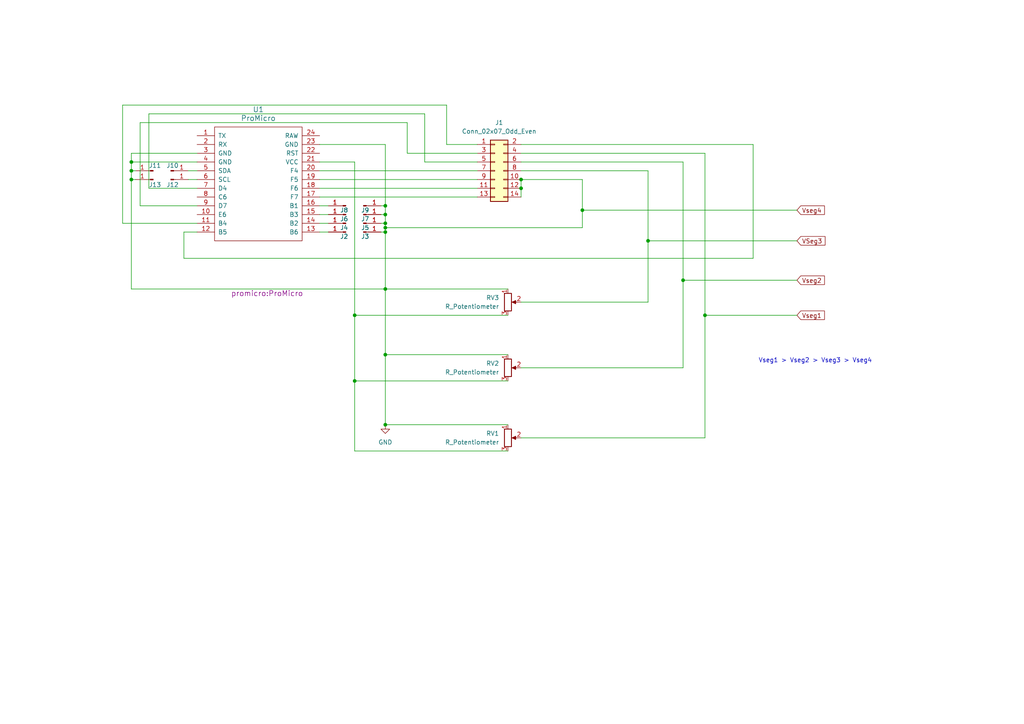
<source format=kicad_sch>
(kicad_sch (version 20231120) (generator "eeschema") (generator_version "8.0")
  (paper "A4")
  (lib_symbols
    (symbol "Connector:Conn_01x01_Pin" (pin_names (offset 1.016) hide)
      (property "Reference" "J" (at 0 2.54 0))
      (property "Value" "Conn_01x01_Pin" (at 0 -2.54 0))
      (symbol "Conn_01x01_Pin_1_1"
        (polyline (pts (xy 1.27 0) (xy 0.8636 0)) (stroke (width 0.1524)))
        (rectangle (start 0.8636 0.127) (end 0 -0.127) (stroke (width 0.1524)) (fill (type outline)))
        (pin passive line (at 5.08 0 180) (length 3.81) (name "Pin_1") (number "1"))
      )
    )
    (symbol "Connector_Generic:Conn_02x07_Odd_Even" (pin_names (offset 1.016) hide)
      (property "Reference" "J" (at 1.27 10.16 0))
      (property "Value" "Conn_02x07_Odd_Even" (at 1.27 -10.16 0))
      (symbol "Conn_02x07_Odd_Even_1_1"
        (rectangle (start -1.27 -7.493) (end 0 -7.747) (stroke (width 0.1524)))
        (rectangle (start -1.27 -4.953) (end 0 -5.207) (stroke (width 0.1524)))
        (rectangle (start -1.27 -2.413) (end 0 -2.667) (stroke (width 0.1524)))
        (rectangle (start -1.27 0.127) (end 0 -0.127) (stroke (width 0.1524)))
        (rectangle (start -1.27 2.667) (end 0 2.413) (stroke (width 0.1524)))
        (rectangle (start -1.27 5.207) (end 0 4.953) (stroke (width 0.1524)))
        (rectangle (start -1.27 7.747) (end 0 7.493) (stroke (width 0.1524)))
        (rectangle (start -1.27 8.89) (end 3.81 -8.89) (stroke (width 0.254)) (fill (type background)))
        (rectangle (start 3.81 -7.493) (end 2.54 -7.747) (stroke (width 0.1524)))
        (rectangle (start 3.81 -4.953) (end 2.54 -5.207) (stroke (width 0.1524)))
        (rectangle (start 3.81 -2.413) (end 2.54 -2.667) (stroke (width 0.1524)))
        (rectangle (start 3.81 0.127) (end 2.54 -0.127) (stroke (width 0.1524)))
        (rectangle (start 3.81 2.667) (end 2.54 2.413) (stroke (width 0.1524)))
        (rectangle (start 3.81 5.207) (end 2.54 4.953) (stroke (width 0.1524)))
        (rectangle (start 3.81 7.747) (end 2.54 7.493) (stroke (width 0.1524)))
        (pin passive line (at -5.08 7.62 0) (length 3.81) (name "Pin_1") (number "1"))
        (pin passive line (at 7.62 -2.54 180) (length 3.81) (name "Pin_10") (number "10"))
        (pin passive line (at -5.08 -5.08 0) (length 3.81) (name "Pin_11") (number "11"))
        (pin passive line (at 7.62 -5.08 180) (length 3.81) (name "Pin_12") (number "12"))
        (pin passive line (at -5.08 -7.62 0) (length 3.81) (name "Pin_13") (number "13"))
        (pin passive line (at 7.62 -7.62 180) (length 3.81) (name "Pin_14") (number "14"))
        (pin passive line (at 7.62 7.62 180) (length 3.81) (name "Pin_2") (number "2"))
        (pin passive line (at -5.08 5.08 0) (length 3.81) (name "Pin_3") (number "3"))
        (pin passive line (at 7.62 5.08 180) (length 3.81) (name "Pin_4") (number "4"))
        (pin passive line (at -5.08 2.54 0) (length 3.81) (name "Pin_5") (number "5"))
        (pin passive line (at 7.62 2.54 180) (length 3.81) (name "Pin_6") (number "6"))
        (pin passive line (at -5.08 0 0) (length 3.81) (name "Pin_7") (number "7"))
        (pin passive line (at 7.62 0 180) (length 3.81) (name "Pin_8") (number "8"))
        (pin passive line (at -5.08 -2.54 0) (length 3.81) (name "Pin_9") (number "9"))
      )
    )
    (symbol "Device:R_Potentiometer" (pin_names (offset 1.016) hide)
      (property "Reference" "RV" (at -4.445 0 90))
      (property "Value" "R_Potentiometer" (at -2.54 0 90))
      (symbol "R_Potentiometer_0_1"
        (polyline (pts (xy 2.54 0) (xy 1.524 0)))
        (polyline (pts (xy 1.143 0) (xy 2.286 0.508) (xy 2.286 -0.508) (xy 1.143 0)) (fill (type outline)))
        (rectangle (start 1.016 2.54) (end -1.016 -2.54) (stroke (width 0.254)))
      )
      (symbol "R_Potentiometer_1_1"
        (pin passive line (at 0 3.81 270) (length 1.27) (name "1") (number "1"))
        (pin passive line (at 3.81 0 180) (length 1.27) (name "2") (number "2"))
        (pin passive line (at 0 -3.81 90) (length 1.27) (name "3") (number "3"))
      )
    )
    (symbol "power:GND" (power) (pin_numbers hide) (pin_names (offset 0) hide)
      (property "Value" "GND" (at 0 -3.81 0))
      (symbol "GND_0_1"
        (polyline (pts (xy 0 0) (xy 0 -1.27) (xy 1.27 -1.27) (xy 0 -2.54) (xy -1.27 -1.27) (xy 0 -1.27)))
      )
      (symbol "GND_1_1"
        (pin power_in line (at 0 0 270) (length 0) (name "~") (number "1"))
      )
    )
    (symbol "promicro:ProMicro" (pin_names (offset 1.016))
      (property "Reference" "U" (at 0 24.13 0))
      (property "Value" "ProMicro" (at 0 -13.97 0))
      (symbol "ProMicro_0_1"
        (rectangle (start -12.7 21.59) (end 12.7 -11.43))
      )
      (symbol "ProMicro_1_1"
        (pin bidirectional line (at -17.78 19.05 0) (length 5.08) (name "TX") (number "1"))
        (pin bidirectional line (at -17.78 -3.81 0) (length 5.08) (name "E6") (number "10"))
        (pin bidirectional line (at -17.78 -6.35 0) (length 5.08) (name "B4") (number "11"))
        (pin bidirectional line (at -17.78 -8.89 0) (length 5.08) (name "B5") (number "12"))
        (pin bidirectional line (at 17.78 -8.89 180) (length 5.08) (name "B6") (number "13"))
        (pin bidirectional line (at 17.78 -6.35 180) (length 5.08) (name "B2") (number "14"))
        (pin bidirectional line (at 17.78 -3.81 180) (length 5.08) (name "B3") (number "15"))
        (pin bidirectional line (at 17.78 -1.27 180) (length 5.08) (name "B1") (number "16"))
        (pin bidirectional line (at 17.78 1.27 180) (length 5.08) (name "F7") (number "17"))
        (pin bidirectional line (at 17.78 3.81 180) (length 5.08) (name "F6") (number "18"))
        (pin bidirectional line (at 17.78 6.35 180) (length 5.08) (name "F5") (number "19"))
        (pin bidirectional line (at -17.78 16.51 0) (length 5.08) (name "RX") (number "2"))
        (pin bidirectional line (at 17.78 8.89 180) (length 5.08) (name "F4") (number "20"))
        (pin power_in line (at 17.78 11.43 180) (length 5.08) (name "VCC") (number "21"))
        (pin input line (at 17.78 13.97 180) (length 5.08) (name "RST") (number "22"))
        (pin power_in line (at 17.78 16.51 180) (length 5.08) (name "GND") (number "23"))
        (pin power_out line (at 17.78 19.05 180) (length 5.08) (name "RAW") (number "24"))
        (pin power_in line (at -17.78 13.97 0) (length 5.08) (name "GND") (number "3"))
        (pin power_in line (at -17.78 11.43 0) (length 5.08) (name "GND") (number "4"))
        (pin bidirectional line (at -17.78 8.89 0) (length 5.08) (name "SDA") (number "5"))
        (pin bidirectional line (at -17.78 6.35 0) (length 5.08) (name "SCL") (number "6"))
        (pin bidirectional line (at -17.78 3.81 0) (length 5.08) (name "D4") (number "7"))
        (pin bidirectional line (at -17.78 1.27 0) (length 5.08) (name "C6") (number "8"))
        (pin bidirectional line (at -17.78 -1.27 0) (length 5.08) (name "D7") (number "9"))
      )
    )
  )
  (junction (at 111.76 102.87))
  (junction (at 111.76 59.69))
  (junction (at 38.1 46.99))
  (junction (at 111.76 66.04))
  (junction (at 111.76 64.77))
  (junction (at 111.76 67.31))
  (junction (at 102.87 91.44))
  (junction (at 111.76 83.82))
  (junction (at 111.76 123.19))
  (junction (at 198.12 81.28))
  (junction (at 38.1 52.07))
  (junction (at 168.91 60.96))
  (junction (at 187.96 69.85))
  (junction (at 204.47 91.44))
  (junction (at 111.76 62.23))
  (junction (at 151.13 54.61))
  (junction (at 102.87 110.49))
  (junction (at 151.13 52.07))
  (junction (at 38.1 49.53))
  (wire (pts (xy 102.87 130.81) (xy 147.32 130.81)))
  (wire (pts (xy 92.71 62.23) (xy 95.25 62.23)))
  (wire (pts (xy 38.1 44.45) (xy 38.1 46.99)))
  (wire (pts (xy 204.47 91.44) (xy 204.47 127)))
  (wire (pts (xy 123.19 46.99) (xy 138.43 46.99)))
  (wire (pts (xy 198.12 46.99) (xy 198.12 81.28)))
  (wire (pts (xy 151.13 54.61) (xy 151.13 57.15)))
  (wire (pts (xy 43.18 54.61) (xy 43.18 33.02)))
  (wire (pts (xy 111.76 83.82) (xy 111.76 102.87)))
  (wire (pts (xy 57.15 67.31) (xy 53.34 67.31)))
  (wire (pts (xy 151.13 41.91) (xy 218.44 41.91)))
  (wire (pts (xy 110.49 59.69) (xy 111.76 59.69)))
  (wire (pts (xy 54.61 49.53) (xy 57.15 49.53)))
  (wire (pts (xy 92.71 54.61) (xy 138.43 54.61)))
  (wire (pts (xy 38.1 52.07) (xy 39.37 52.07)))
  (wire (pts (xy 151.13 44.45) (xy 204.47 44.45)))
  (wire (pts (xy 111.76 62.23) (xy 111.76 64.77)))
  (wire (pts (xy 111.76 83.82) (xy 147.32 83.82)))
  (wire (pts (xy 218.44 41.91) (xy 218.44 74.93)))
  (wire (pts (xy 111.76 102.87) (xy 111.76 123.19)))
  (wire (pts (xy 129.54 41.91) (xy 138.43 41.91)))
  (wire (pts (xy 38.1 49.53) (xy 39.37 49.53)))
  (wire (pts (xy 151.13 87.63) (xy 187.96 87.63)))
  (wire (pts (xy 151.13 46.99) (xy 198.12 46.99)))
  (wire (pts (xy 38.1 83.82) (xy 111.76 83.82)))
  (wire (pts (xy 54.61 52.07) (xy 57.15 52.07)))
  (wire (pts (xy 40.64 59.69) (xy 40.64 35.56)))
  (wire (pts (xy 92.71 67.31) (xy 95.25 67.31)))
  (wire (pts (xy 92.71 52.07) (xy 138.43 52.07)))
  (wire (pts (xy 187.96 69.85) (xy 187.96 87.63)))
  (wire (pts (xy 38.1 46.99) (xy 57.15 46.99)))
  (wire (pts (xy 118.11 35.56) (xy 118.11 44.45)))
  (wire (pts (xy 92.71 64.77) (xy 95.25 64.77)))
  (wire (pts (xy 92.71 41.91) (xy 111.76 41.91)))
  (wire (pts (xy 92.71 49.53) (xy 138.43 49.53)))
  (wire (pts (xy 187.96 49.53) (xy 187.96 69.85)))
  (wire (pts (xy 231.14 60.96) (xy 168.91 60.96)))
  (wire (pts (xy 57.15 64.77) (xy 35.56 64.77)))
  (wire (pts (xy 57.15 59.69) (xy 40.64 59.69)))
  (wire (pts (xy 111.76 67.31) (xy 111.76 83.82)))
  (wire (pts (xy 204.47 91.44) (xy 204.47 44.45)))
  (wire (pts (xy 231.14 81.28) (xy 198.12 81.28)))
  (wire (pts (xy 110.49 62.23) (xy 111.76 62.23)))
  (wire (pts (xy 102.87 91.44) (xy 147.32 91.44)))
  (wire (pts (xy 151.13 49.53) (xy 187.96 49.53)))
  (wire (pts (xy 38.1 46.99) (xy 38.1 49.53)))
  (wire (pts (xy 151.13 106.68) (xy 198.12 106.68)))
  (wire (pts (xy 92.71 59.69) (xy 95.25 59.69)))
  (wire (pts (xy 53.34 74.93) (xy 218.44 74.93)))
  (wire (pts (xy 102.87 91.44) (xy 102.87 110.49)))
  (wire (pts (xy 198.12 81.28) (xy 198.12 106.68)))
  (wire (pts (xy 38.1 49.53) (xy 38.1 52.07)))
  (wire (pts (xy 129.54 30.48) (xy 129.54 41.91)))
  (wire (pts (xy 111.76 123.19) (xy 147.32 123.19)))
  (wire (pts (xy 57.15 54.61) (xy 43.18 54.61)))
  (wire (pts (xy 111.76 102.87) (xy 147.32 102.87)))
  (wire (pts (xy 231.14 69.85) (xy 187.96 69.85)))
  (wire (pts (xy 110.49 67.31) (xy 111.76 67.31)))
  (wire (pts (xy 38.1 52.07) (xy 38.1 83.82)))
  (wire (pts (xy 123.19 33.02) (xy 123.19 46.99)))
  (wire (pts (xy 168.91 52.07) (xy 168.91 60.96)))
  (wire (pts (xy 151.13 52.07) (xy 151.13 54.61)))
  (wire (pts (xy 102.87 110.49) (xy 102.87 130.81)))
  (wire (pts (xy 111.76 66.04) (xy 168.91 66.04)))
  (wire (pts (xy 151.13 127) (xy 204.47 127)))
  (wire (pts (xy 102.87 46.99) (xy 92.71 46.99)))
  (wire (pts (xy 102.87 110.49) (xy 147.32 110.49)))
  (wire (pts (xy 92.71 57.15) (xy 138.43 57.15)))
  (wire (pts (xy 111.76 64.77) (xy 111.76 66.04)))
  (wire (pts (xy 111.76 66.04) (xy 111.76 67.31)))
  (wire (pts (xy 38.1 44.45) (xy 57.15 44.45)))
  (wire (pts (xy 111.76 41.91) (xy 111.76 59.69)))
  (wire (pts (xy 53.34 67.31) (xy 53.34 74.93)))
  (wire (pts (xy 43.18 33.02) (xy 123.19 33.02)))
  (wire (pts (xy 111.76 59.69) (xy 111.76 62.23)))
  (wire (pts (xy 35.56 30.48) (xy 129.54 30.48)))
  (wire (pts (xy 110.49 64.77) (xy 111.76 64.77)))
  (wire (pts (xy 118.11 44.45) (xy 138.43 44.45)))
  (wire (pts (xy 168.91 60.96) (xy 168.91 66.04)))
  (wire (pts (xy 231.14 91.44) (xy 204.47 91.44)))
  (wire (pts (xy 40.64 35.56) (xy 118.11 35.56)))
  (wire (pts (xy 102.87 46.99) (xy 102.87 91.44)))
  (wire (pts (xy 151.13 52.07) (xy 168.91 52.07)))
  (wire (pts (xy 35.56 64.77) (xy 35.56 30.48)))
  (text "Vseg1 > Vseg2 > Vseg3 > Vseg4" (at 236.474 104.648 0) (effects (font (size 1.27 1.27))))
  (global_label "Vseg1" (shape input) (at 231.14 91.44 0) (property "Intersheetrefs" "${INTERSHEET_REFS}" (effects (hide yes))))
  (global_label "Vseg4" (shape input) (at 231.14 60.96 0) (property "Intersheetrefs" "${INTERSHEET_REFS}" (effects (hide yes))))
  (global_label "Vseg2" (shape input) (at 231.14 81.28 0) (property "Intersheetrefs" "${INTERSHEET_REFS}" (effects (hide yes))))
  (global_label "VSeg3" (shape input) (at 231.14 69.85 0) (property "Intersheetrefs" "${INTERSHEET_REFS}" (effects (hide yes))))
  (symbol (lib_id "Connector:Conn_01x01_Pin") (at 105.41 59.69 0) (unit 1)
    (property "Reference" "J9" (at 105.918 60.96 0))
    (property "Value" "Conn_01x01_Pin" (effects (hide yes)))
    (property "Footprint" "Connector_PinHeader_2.54mm:PinHeader_1x01_P2.54mm_Vertical" (effects (hide yes)))
    (property "Description" "Generic connector, single row, 01x01, script generated" (effects (hide yes)))
  )
  (symbol (lib_id "Connector:Conn_01x01_Pin") (at 100.33 67.31 180) (unit 1)
    (property "Reference" "J2" (at 99.822 68.58 0))
    (property "Value" "Conn_01x01_Pin" (effects (hide yes)))
    (property "Footprint" "Connector_PinHeader_2.54mm:PinHeader_1x01_P2.54mm_Vertical" (effects (hide yes)))
    (property "Description" "Generic connector, single row, 01x01, script generated" (effects (hide yes)))
  )
  (symbol (lib_id "Connector:Conn_01x01_Pin") (at 100.33 62.23 0) (mirror y) (unit 1)
    (property "Reference" "J6" (at 99.822 63.5 0))
    (property "Value" "Conn_01x01_Pin" (effects (hide yes)))
    (property "Footprint" "Connector_PinHeader_2.54mm:PinHeader_1x01_P2.54mm_Vertical" (effects (hide yes)))
    (property "Description" "Generic connector, single row, 01x01, script generated" (effects (hide yes)))
  )
  (symbol (lib_id "Device:R_Potentiometer") (at 147.32 127 0) (unit 1)
    (property "Reference" "RV1" (at 144.78 125.7299 0) (effects (justify right)))
    (property "Value" "R_Potentiometer" (at 144.78 128.2699 0) (effects (justify right)))
    (property "Footprint" "Potentiometer_THT:Potentiometer_Bourns_3296W_Vertical" (effects (hide yes)))
    (property "Description" "Potentiometer" (effects (hide yes)))
  )
  (symbol (lib_id "promicro:ProMicro") (at 74.93 58.42 0) (unit 1)
    (property "Reference" "U1" (at 74.93 31.75 0) (effects (font (size 1.524 1.524))))
    (property "Value" "ProMicro" (at 74.93 34.29 0) (effects (font (size 1.524 1.524))))
    (property "Footprint" "promicro:ProMicro" (at 77.47 85.09 0) (effects (font (size 1.524 1.524))))
  )
  (symbol (lib_id "Device:R_Potentiometer") (at 147.32 106.68 0) (unit 1)
    (property "Reference" "RV2" (at 144.78 105.4099 0) (effects (justify right)))
    (property "Value" "R_Potentiometer" (at 144.78 107.9499 0) (effects (justify right)))
    (property "Footprint" "Potentiometer_THT:Potentiometer_Bourns_3296W_Vertical" (effects (hide yes)))
    (property "Description" "Potentiometer" (effects (hide yes)))
  )
  (symbol (lib_id "Connector:Conn_01x01_Pin") (at 100.33 64.77 180) (unit 1)
    (property "Reference" "J4" (at 99.822 66.04 0))
    (property "Value" "Conn_01x01_Pin" (effects (hide yes)))
    (property "Footprint" "Connector_PinHeader_2.54mm:PinHeader_1x01_P2.54mm_Vertical" (effects (hide yes)))
    (property "Description" "Generic connector, single row, 01x01, script generated" (effects (hide yes)))
  )
  (symbol (lib_id "Connector:Conn_01x01_Pin") (at 100.33 59.69 0) (mirror y) (unit 1)
    (property "Reference" "J8" (at 99.822 60.96 0))
    (property "Value" "Conn_01x01_Pin" (effects (hide yes)))
    (property "Footprint" "Connector_PinHeader_2.54mm:PinHeader_1x01_P2.54mm_Vertical" (effects (hide yes)))
    (property "Description" "Generic connector, single row, 01x01, script generated" (effects (hide yes)))
  )
  (symbol (lib_id "Connector:Conn_01x01_Pin") (at 44.45 49.53 180) (unit 1)
    (property "Reference" "J11" (at 44.958 48.006 0))
    (property "Value" "Conn_01x01_Pin" (effects (hide yes)))
    (property "Footprint" "Connector_PinHeader_2.54mm:PinHeader_1x01_P2.54mm_Vertical" (effects (hide yes)))
    (property "Description" "Generic connector, single row, 01x01, script generated" (effects (hide yes)))
  )
  (symbol (lib_id "Connector:Conn_01x01_Pin") (at 49.53 52.07 0) (unit 1)
    (property "Reference" "J12" (at 50.038 53.594 0))
    (property "Value" "Conn_01x01_Pin" (effects (hide yes)))
    (property "Footprint" "Connector_PinHeader_2.54mm:PinHeader_1x01_P2.54mm_Vertical" (effects (hide yes)))
    (property "Description" "Generic connector, single row, 01x01, script generated" (effects (hide yes)))
  )
  (symbol (lib_id "Connector:Conn_01x01_Pin") (at 44.45 52.07 180) (unit 1)
    (property "Reference" "J13" (at 44.958 53.594 0))
    (property "Value" "Conn_01x01_Pin" (effects (hide yes)))
    (property "Footprint" "Connector_PinHeader_2.54mm:PinHeader_1x01_P2.54mm_Vertical" (effects (hide yes)))
    (property "Description" "Generic connector, single row, 01x01, script generated" (effects (hide yes)))
  )
  (symbol (lib_id "power:GND") (at 111.76 123.19 0) (unit 1)
    (property "Reference" "#PWR01" (effects (hide yes)))
    (property "Value" "GND" (at 111.76 128.27 0))
    (property "Description" "Power symbol creates a global label with name \"GND\" , ground" (effects (hide yes)))
  )
  (symbol (lib_id "Device:R_Potentiometer") (at 147.32 87.63 0) (unit 1)
    (property "Reference" "RV3" (at 144.78 86.3599 0) (effects (justify right)))
    (property "Value" "R_Potentiometer" (at 144.78 88.8999 0) (effects (justify right)))
    (property "Footprint" "Potentiometer_THT:Potentiometer_Bourns_3296W_Vertical" (effects (hide yes)))
    (property "Description" "Potentiometer" (effects (hide yes)))
  )
  (symbol (lib_id "Connector:Conn_01x01_Pin") (at 105.41 67.31 0) (mirror x) (unit 1)
    (property "Reference" "J3" (at 105.918 68.58 0))
    (property "Value" "Conn_01x01_Pin" (effects (hide yes)))
    (property "Footprint" "Connector_PinHeader_2.54mm:PinHeader_1x01_P2.54mm_Vertical" (effects (hide yes)))
    (property "Description" "Generic connector, single row, 01x01, script generated" (effects (hide yes)))
  )
  (symbol (lib_id "Connector:Conn_01x01_Pin") (at 49.53 49.53 0) (unit 1)
    (property "Reference" "J10" (at 50.038 48.006 0))
    (property "Value" "Conn_01x01_Pin" (effects (hide yes)))
    (property "Footprint" "Connector_PinHeader_2.54mm:PinHeader_1x01_P2.54mm_Vertical" (effects (hide yes)))
    (property "Description" "Generic connector, single row, 01x01, script generated" (effects (hide yes)))
  )
  (symbol (lib_id "Connector:Conn_01x01_Pin") (at 105.41 64.77 0) (mirror x) (unit 1)
    (property "Reference" "J5" (at 105.918 66.04 0))
    (property "Value" "Conn_01x01_Pin" (effects (hide yes)))
    (property "Footprint" "Connector_PinHeader_2.54mm:PinHeader_1x01_P2.54mm_Vertical" (effects (hide yes)))
    (property "Description" "Generic connector, single row, 01x01, script generated" (effects (hide yes)))
  )
  (symbol (lib_id "Connector_Generic:Conn_02x07_Odd_Even") (at 143.51 49.53 0) (unit 1)
    (property "Reference" "J1" (at 144.78 35.56 0))
    (property "Value" "Conn_02x07_Odd_Even" (at 144.78 38.1 0))
    (property "Footprint" "Connector_IDC:IDC-Header_2x07_P2.54mm_Vertical" (effects (hide yes)))
    (property "Description" "Generic connector, double row, 02x07, odd/even pin numbering scheme (row 1 odd numbers, row 2 even numbers), script generated (kicad-library-utils/schlib/autogen/connector/)" (effects (hide yes)))
  )
  (symbol (lib_id "Connector:Conn_01x01_Pin") (at 105.41 62.23 0) (unit 1)
    (property "Reference" "J7" (at 105.918 63.5 0))
    (property "Value" "Conn_01x01_Pin" (effects (hide yes)))
    (property "Footprint" "Connector_PinHeader_2.54mm:PinHeader_1x01_P2.54mm_Vertical" (effects (hide yes)))
    (property "Description" "Generic connector, single row, 01x01, script generated" (effects (hide yes)))
  )
)
</source>
